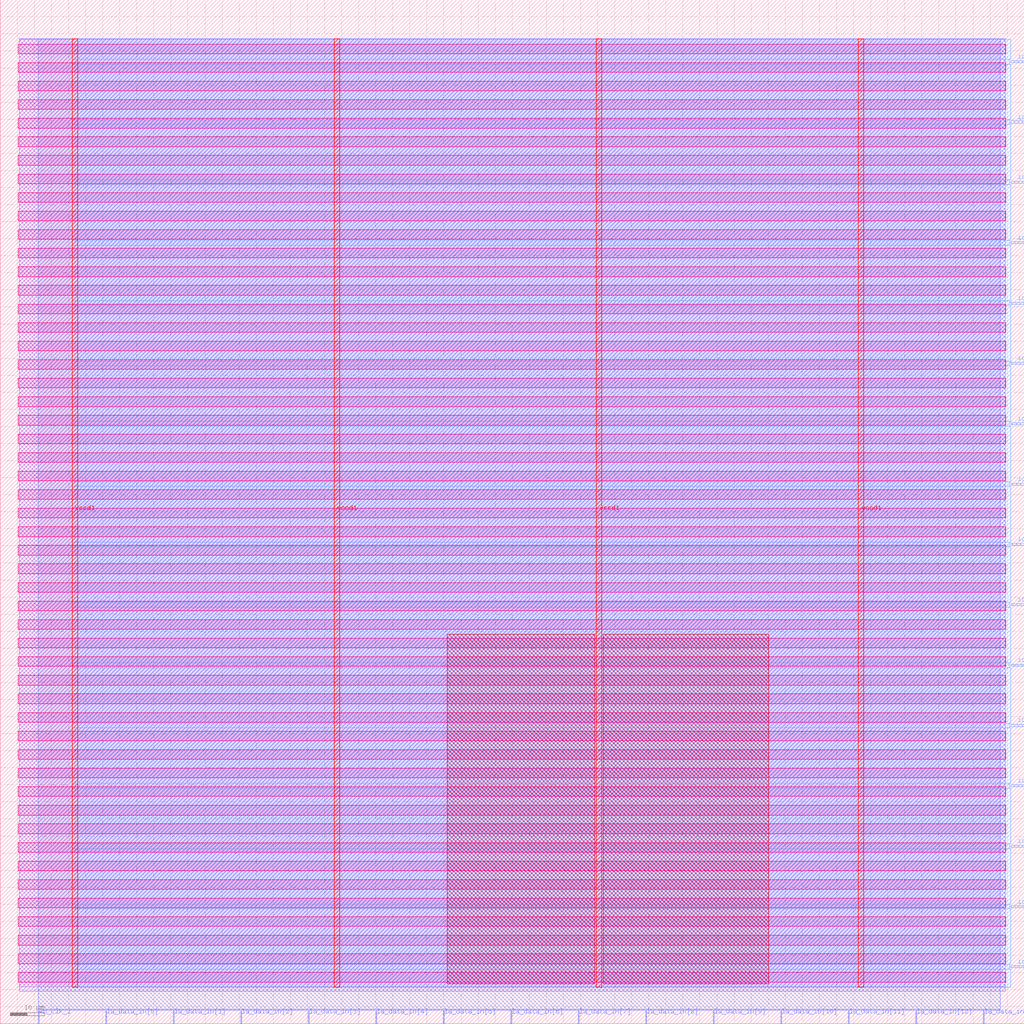
<source format=lef>
VERSION 5.7 ;
  NOWIREEXTENSIONATPIN ON ;
  DIVIDERCHAR "/" ;
  BUSBITCHARS "[]" ;
MACRO s3chip
  CLASS BLOCK ;
  FOREIGN s3chip ;
  ORIGIN 0.000 0.000 ;
  SIZE 300.000 BY 300.000 ;
  PIN io_oeb[0]
    DIRECTION OUTPUT TRISTATE ;
    USE SIGNAL ;
    PORT
      LAYER met3 ;
        RECT 296.000 34.040 300.000 34.640 ;
    END
  END io_oeb[0]
  PIN io_oeb[1]
    DIRECTION OUTPUT TRISTATE ;
    USE SIGNAL ;
    PORT
      LAYER met3 ;
        RECT 296.000 69.400 300.000 70.000 ;
    END
  END io_oeb[1]
  PIN io_oeb[2]
    DIRECTION OUTPUT TRISTATE ;
    USE SIGNAL ;
    PORT
      LAYER met3 ;
        RECT 296.000 104.760 300.000 105.360 ;
    END
  END io_oeb[2]
  PIN io_oeb[3]
    DIRECTION OUTPUT TRISTATE ;
    USE SIGNAL ;
    PORT
      LAYER met3 ;
        RECT 296.000 140.120 300.000 140.720 ;
    END
  END io_oeb[3]
  PIN io_oeb[4]
    DIRECTION OUTPUT TRISTATE ;
    USE SIGNAL ;
    PORT
      LAYER met3 ;
        RECT 296.000 175.480 300.000 176.080 ;
    END
  END io_oeb[4]
  PIN io_oeb[5]
    DIRECTION OUTPUT TRISTATE ;
    USE SIGNAL ;
    PORT
      LAYER met3 ;
        RECT 296.000 210.840 300.000 211.440 ;
    END
  END io_oeb[5]
  PIN io_oeb[6]
    DIRECTION OUTPUT TRISTATE ;
    USE SIGNAL ;
    PORT
      LAYER met3 ;
        RECT 296.000 246.200 300.000 246.800 ;
    END
  END io_oeb[6]
  PIN io_oeb[7]
    DIRECTION OUTPUT TRISTATE ;
    USE SIGNAL ;
    PORT
      LAYER met3 ;
        RECT 296.000 281.560 300.000 282.160 ;
    END
  END io_oeb[7]
  PIN io_out[0]
    DIRECTION OUTPUT TRISTATE ;
    USE SIGNAL ;
    ANTENNADIFFAREA 2.673000 ;
    PORT
      LAYER met3 ;
        RECT 296.000 16.360 300.000 16.960 ;
    END
  END io_out[0]
  PIN io_out[1]
    DIRECTION OUTPUT TRISTATE ;
    USE SIGNAL ;
    ANTENNADIFFAREA 2.673000 ;
    PORT
      LAYER met3 ;
        RECT 296.000 51.720 300.000 52.320 ;
    END
  END io_out[1]
  PIN io_out[2]
    DIRECTION OUTPUT TRISTATE ;
    USE SIGNAL ;
    ANTENNADIFFAREA 2.673000 ;
    PORT
      LAYER met3 ;
        RECT 296.000 87.080 300.000 87.680 ;
    END
  END io_out[2]
  PIN io_out[3]
    DIRECTION OUTPUT TRISTATE ;
    USE SIGNAL ;
    ANTENNADIFFAREA 2.673000 ;
    PORT
      LAYER met3 ;
        RECT 296.000 122.440 300.000 123.040 ;
    END
  END io_out[3]
  PIN io_out[4]
    DIRECTION OUTPUT TRISTATE ;
    USE SIGNAL ;
    ANTENNADIFFAREA 2.673000 ;
    PORT
      LAYER met3 ;
        RECT 296.000 157.800 300.000 158.400 ;
    END
  END io_out[4]
  PIN io_out[5]
    DIRECTION OUTPUT TRISTATE ;
    USE SIGNAL ;
    ANTENNADIFFAREA 2.673000 ;
    PORT
      LAYER met3 ;
        RECT 296.000 193.160 300.000 193.760 ;
    END
  END io_out[5]
  PIN io_out[6]
    DIRECTION OUTPUT TRISTATE ;
    USE SIGNAL ;
    ANTENNADIFFAREA 2.673000 ;
    PORT
      LAYER met3 ;
        RECT 296.000 228.520 300.000 229.120 ;
    END
  END io_out[6]
  PIN io_out[7]
    DIRECTION OUTPUT TRISTATE ;
    USE SIGNAL ;
    ANTENNADIFFAREA 2.673000 ;
    PORT
      LAYER met3 ;
        RECT 296.000 263.880 300.000 264.480 ;
    END
  END io_out[7]
  PIN la_data_in[0]
    DIRECTION INPUT ;
    USE SIGNAL ;
    ANTENNAGATEAREA 0.213000 ;
    PORT
      LAYER met2 ;
        RECT 30.910 0.000 31.190 4.000 ;
    END
  END la_data_in[0]
  PIN la_data_in[10]
    DIRECTION INPUT ;
    USE SIGNAL ;
    ANTENNAGATEAREA 0.196500 ;
    PORT
      LAYER met2 ;
        RECT 228.710 0.000 228.990 4.000 ;
    END
  END la_data_in[10]
  PIN la_data_in[11]
    DIRECTION INPUT ;
    USE SIGNAL ;
    ANTENNAGATEAREA 0.196500 ;
    PORT
      LAYER met2 ;
        RECT 248.490 0.000 248.770 4.000 ;
    END
  END la_data_in[11]
  PIN la_data_in[12]
    DIRECTION INPUT ;
    USE SIGNAL ;
    ANTENNAGATEAREA 0.196500 ;
    PORT
      LAYER met2 ;
        RECT 268.270 0.000 268.550 4.000 ;
    END
  END la_data_in[12]
  PIN la_data_in[13]
    DIRECTION INPUT ;
    USE SIGNAL ;
    ANTENNAGATEAREA 0.196500 ;
    PORT
      LAYER met2 ;
        RECT 288.050 0.000 288.330 4.000 ;
    END
  END la_data_in[13]
  PIN la_data_in[1]
    DIRECTION INPUT ;
    USE SIGNAL ;
    ANTENNAGATEAREA 0.196500 ;
    PORT
      LAYER met2 ;
        RECT 50.690 0.000 50.970 4.000 ;
    END
  END la_data_in[1]
  PIN la_data_in[2]
    DIRECTION INPUT ;
    USE SIGNAL ;
    ANTENNAGATEAREA 0.196500 ;
    PORT
      LAYER met2 ;
        RECT 70.470 0.000 70.750 4.000 ;
    END
  END la_data_in[2]
  PIN la_data_in[3]
    DIRECTION INPUT ;
    USE SIGNAL ;
    ANTENNAGATEAREA 0.196500 ;
    PORT
      LAYER met2 ;
        RECT 90.250 0.000 90.530 4.000 ;
    END
  END la_data_in[3]
  PIN la_data_in[4]
    DIRECTION INPUT ;
    USE SIGNAL ;
    ANTENNAGATEAREA 0.196500 ;
    PORT
      LAYER met2 ;
        RECT 110.030 0.000 110.310 4.000 ;
    END
  END la_data_in[4]
  PIN la_data_in[5]
    DIRECTION INPUT ;
    USE SIGNAL ;
    ANTENNAGATEAREA 0.196500 ;
    PORT
      LAYER met2 ;
        RECT 129.810 0.000 130.090 4.000 ;
    END
  END la_data_in[5]
  PIN la_data_in[6]
    DIRECTION INPUT ;
    USE SIGNAL ;
    ANTENNAGATEAREA 0.196500 ;
    PORT
      LAYER met2 ;
        RECT 149.590 0.000 149.870 4.000 ;
    END
  END la_data_in[6]
  PIN la_data_in[7]
    DIRECTION INPUT ;
    USE SIGNAL ;
    ANTENNAGATEAREA 0.196500 ;
    PORT
      LAYER met2 ;
        RECT 169.370 0.000 169.650 4.000 ;
    END
  END la_data_in[7]
  PIN la_data_in[8]
    DIRECTION INPUT ;
    USE SIGNAL ;
    ANTENNAGATEAREA 0.196500 ;
    PORT
      LAYER met2 ;
        RECT 189.150 0.000 189.430 4.000 ;
    END
  END la_data_in[8]
  PIN la_data_in[9]
    DIRECTION INPUT ;
    USE SIGNAL ;
    ANTENNAGATEAREA 0.196500 ;
    PORT
      LAYER met2 ;
        RECT 208.930 0.000 209.210 4.000 ;
    END
  END la_data_in[9]
  PIN vccd1
    DIRECTION INOUT ;
    USE POWER ;
    PORT
      LAYER met4 ;
        RECT 21.040 10.640 22.640 288.560 ;
    END
    PORT
      LAYER met4 ;
        RECT 174.640 10.640 176.240 288.560 ;
    END
  END vccd1
  PIN vssd1
    DIRECTION INOUT ;
    USE GROUND ;
    PORT
      LAYER met4 ;
        RECT 97.840 10.640 99.440 288.560 ;
    END
    PORT
      LAYER met4 ;
        RECT 251.440 10.640 253.040 288.560 ;
    END
  END vssd1
  PIN wb_clk_i
    DIRECTION INPUT ;
    USE SIGNAL ;
    ANTENNAGATEAREA 0.852000 ;
    PORT
      LAYER met2 ;
        RECT 11.130 0.000 11.410 4.000 ;
    END
  END wb_clk_i
  OBS
      LAYER nwell ;
        RECT 5.330 284.185 294.590 287.015 ;
        RECT 5.330 278.745 294.590 281.575 ;
        RECT 5.330 273.305 294.590 276.135 ;
        RECT 5.330 267.865 294.590 270.695 ;
        RECT 5.330 262.425 294.590 265.255 ;
        RECT 5.330 256.985 294.590 259.815 ;
        RECT 5.330 251.545 294.590 254.375 ;
        RECT 5.330 246.105 294.590 248.935 ;
        RECT 5.330 240.665 294.590 243.495 ;
        RECT 5.330 235.225 294.590 238.055 ;
        RECT 5.330 229.785 294.590 232.615 ;
        RECT 5.330 224.345 294.590 227.175 ;
        RECT 5.330 218.905 294.590 221.735 ;
        RECT 5.330 213.465 294.590 216.295 ;
        RECT 5.330 208.025 294.590 210.855 ;
        RECT 5.330 202.585 294.590 205.415 ;
        RECT 5.330 197.145 294.590 199.975 ;
        RECT 5.330 191.705 294.590 194.535 ;
        RECT 5.330 186.265 294.590 189.095 ;
        RECT 5.330 180.825 294.590 183.655 ;
        RECT 5.330 175.385 294.590 178.215 ;
        RECT 5.330 169.945 294.590 172.775 ;
        RECT 5.330 164.505 294.590 167.335 ;
        RECT 5.330 159.065 294.590 161.895 ;
        RECT 5.330 153.625 294.590 156.455 ;
        RECT 5.330 148.185 294.590 151.015 ;
        RECT 5.330 142.745 294.590 145.575 ;
        RECT 5.330 137.305 294.590 140.135 ;
        RECT 5.330 131.865 294.590 134.695 ;
        RECT 5.330 126.425 294.590 129.255 ;
        RECT 5.330 120.985 294.590 123.815 ;
        RECT 5.330 115.545 294.590 118.375 ;
        RECT 5.330 110.105 294.590 112.935 ;
        RECT 5.330 104.665 294.590 107.495 ;
        RECT 5.330 99.225 294.590 102.055 ;
        RECT 5.330 93.785 294.590 96.615 ;
        RECT 5.330 88.345 294.590 91.175 ;
        RECT 5.330 82.905 294.590 85.735 ;
        RECT 5.330 77.465 294.590 80.295 ;
        RECT 5.330 72.025 294.590 74.855 ;
        RECT 5.330 66.585 294.590 69.415 ;
        RECT 5.330 61.145 294.590 63.975 ;
        RECT 5.330 55.705 294.590 58.535 ;
        RECT 5.330 50.265 294.590 53.095 ;
        RECT 5.330 44.825 294.590 47.655 ;
        RECT 5.330 39.385 294.590 42.215 ;
        RECT 5.330 33.945 294.590 36.775 ;
        RECT 5.330 28.505 294.590 31.335 ;
        RECT 5.330 23.065 294.590 25.895 ;
        RECT 5.330 17.625 294.590 20.455 ;
        RECT 5.330 12.185 294.590 15.015 ;
      LAYER li1 ;
        RECT 5.520 10.795 294.400 288.405 ;
      LAYER met1 ;
        RECT 5.520 9.560 294.400 288.560 ;
      LAYER met2 ;
        RECT 11.140 4.280 292.930 288.505 ;
        RECT 11.690 4.000 30.630 4.280 ;
        RECT 31.470 4.000 50.410 4.280 ;
        RECT 51.250 4.000 70.190 4.280 ;
        RECT 71.030 4.000 89.970 4.280 ;
        RECT 90.810 4.000 109.750 4.280 ;
        RECT 110.590 4.000 129.530 4.280 ;
        RECT 130.370 4.000 149.310 4.280 ;
        RECT 150.150 4.000 169.090 4.280 ;
        RECT 169.930 4.000 188.870 4.280 ;
        RECT 189.710 4.000 208.650 4.280 ;
        RECT 209.490 4.000 228.430 4.280 ;
        RECT 229.270 4.000 248.210 4.280 ;
        RECT 249.050 4.000 267.990 4.280 ;
        RECT 268.830 4.000 287.770 4.280 ;
        RECT 288.610 4.000 292.930 4.280 ;
      LAYER met3 ;
        RECT 21.050 282.560 296.000 288.485 ;
        RECT 21.050 281.160 295.600 282.560 ;
        RECT 21.050 264.880 296.000 281.160 ;
        RECT 21.050 263.480 295.600 264.880 ;
        RECT 21.050 247.200 296.000 263.480 ;
        RECT 21.050 245.800 295.600 247.200 ;
        RECT 21.050 229.520 296.000 245.800 ;
        RECT 21.050 228.120 295.600 229.520 ;
        RECT 21.050 211.840 296.000 228.120 ;
        RECT 21.050 210.440 295.600 211.840 ;
        RECT 21.050 194.160 296.000 210.440 ;
        RECT 21.050 192.760 295.600 194.160 ;
        RECT 21.050 176.480 296.000 192.760 ;
        RECT 21.050 175.080 295.600 176.480 ;
        RECT 21.050 158.800 296.000 175.080 ;
        RECT 21.050 157.400 295.600 158.800 ;
        RECT 21.050 141.120 296.000 157.400 ;
        RECT 21.050 139.720 295.600 141.120 ;
        RECT 21.050 123.440 296.000 139.720 ;
        RECT 21.050 122.040 295.600 123.440 ;
        RECT 21.050 105.760 296.000 122.040 ;
        RECT 21.050 104.360 295.600 105.760 ;
        RECT 21.050 88.080 296.000 104.360 ;
        RECT 21.050 86.680 295.600 88.080 ;
        RECT 21.050 70.400 296.000 86.680 ;
        RECT 21.050 69.000 295.600 70.400 ;
        RECT 21.050 52.720 296.000 69.000 ;
        RECT 21.050 51.320 295.600 52.720 ;
        RECT 21.050 35.040 296.000 51.320 ;
        RECT 21.050 33.640 295.600 35.040 ;
        RECT 21.050 17.360 296.000 33.640 ;
        RECT 21.050 15.960 295.600 17.360 ;
        RECT 21.050 10.715 296.000 15.960 ;
      LAYER met4 ;
        RECT 130.935 11.735 174.240 114.065 ;
        RECT 176.640 11.735 225.105 114.065 ;
  END
END s3chip
END LIBRARY


</source>
